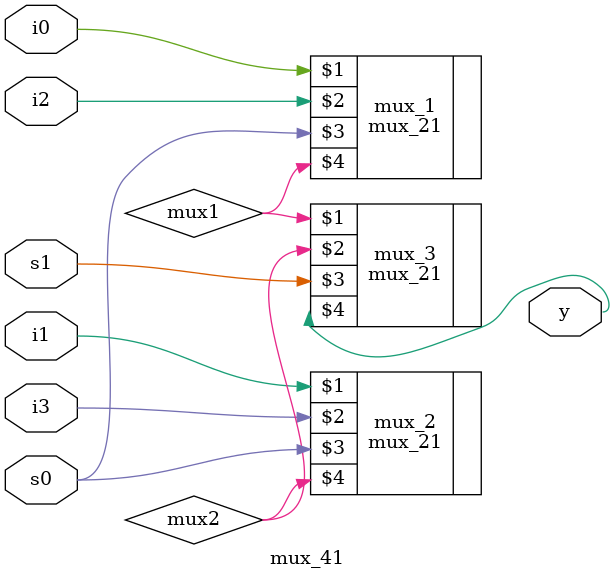
<source format=v>
`timescale 1ns / 1ps
module mux_41(i0,i1,i2,i3,s0,s1,y);
input s0,s1,i0,i1,i2,i3;
output y;
wire mux1,mux2;
mux_21 mux_1(i0,i2,s0,mux1);
mux_21 mux_2(i1,i3,s0,mux2);
mux_21 mux_3(mux1,mux2,s1,y);
endmodule

</source>
